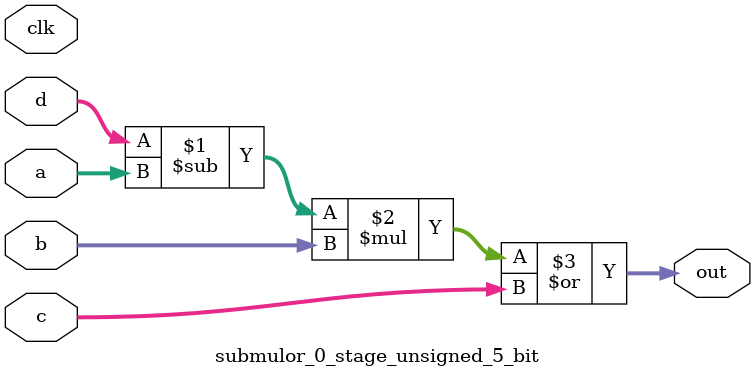
<source format=sv>
(* use_dsp = "yes" *) module submulor_0_stage_unsigned_5_bit(
	input  [4:0] a,
	input  [4:0] b,
	input  [4:0] c,
	input  [4:0] d,
	output [4:0] out,
	input clk);

	assign out = ((d - a) * b) | c;
endmodule

</source>
